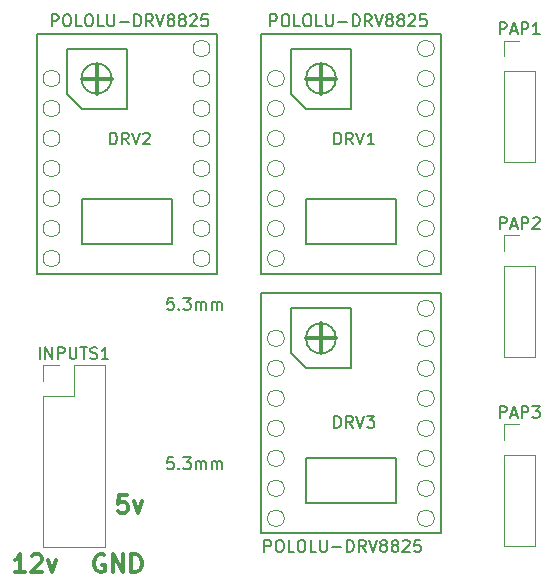
<source format=gbr>
G04 #@! TF.FileFunction,Legend,Top*
%FSLAX46Y46*%
G04 Gerber Fmt 4.6, Leading zero omitted, Abs format (unit mm)*
G04 Created by KiCad (PCBNEW 4.0.7) date 09/28/18 11:04:12*
%MOMM*%
%LPD*%
G01*
G04 APERTURE LIST*
%ADD10C,0.100000*%
%ADD11C,0.300000*%
%ADD12C,0.150000*%
%ADD13C,0.120000*%
G04 APERTURE END LIST*
D10*
D11*
X118137143Y-130760000D02*
X117994286Y-130688571D01*
X117780000Y-130688571D01*
X117565715Y-130760000D01*
X117422857Y-130902857D01*
X117351429Y-131045714D01*
X117280000Y-131331429D01*
X117280000Y-131545714D01*
X117351429Y-131831429D01*
X117422857Y-131974286D01*
X117565715Y-132117143D01*
X117780000Y-132188571D01*
X117922857Y-132188571D01*
X118137143Y-132117143D01*
X118208572Y-132045714D01*
X118208572Y-131545714D01*
X117922857Y-131545714D01*
X118851429Y-132188571D02*
X118851429Y-130688571D01*
X119708572Y-132188571D01*
X119708572Y-130688571D01*
X120422858Y-132188571D02*
X120422858Y-130688571D01*
X120780001Y-130688571D01*
X120994286Y-130760000D01*
X121137144Y-130902857D01*
X121208572Y-131045714D01*
X121280001Y-131331429D01*
X121280001Y-131545714D01*
X121208572Y-131831429D01*
X121137144Y-131974286D01*
X120994286Y-132117143D01*
X120780001Y-132188571D01*
X120422858Y-132188571D01*
X120065715Y-125688571D02*
X119351429Y-125688571D01*
X119280000Y-126402857D01*
X119351429Y-126331429D01*
X119494286Y-126260000D01*
X119851429Y-126260000D01*
X119994286Y-126331429D01*
X120065715Y-126402857D01*
X120137143Y-126545714D01*
X120137143Y-126902857D01*
X120065715Y-127045714D01*
X119994286Y-127117143D01*
X119851429Y-127188571D01*
X119494286Y-127188571D01*
X119351429Y-127117143D01*
X119280000Y-127045714D01*
X120637143Y-126188571D02*
X120994286Y-127188571D01*
X121351428Y-126188571D01*
X111422858Y-132188571D02*
X110565715Y-132188571D01*
X110994287Y-132188571D02*
X110994287Y-130688571D01*
X110851430Y-130902857D01*
X110708572Y-131045714D01*
X110565715Y-131117143D01*
X111994286Y-130831429D02*
X112065715Y-130760000D01*
X112208572Y-130688571D01*
X112565715Y-130688571D01*
X112708572Y-130760000D01*
X112780001Y-130831429D01*
X112851429Y-130974286D01*
X112851429Y-131117143D01*
X112780001Y-131331429D01*
X111922858Y-132188571D01*
X112851429Y-132188571D01*
X113351429Y-131188571D02*
X113708572Y-132188571D01*
X114065714Y-131188571D01*
D12*
X137740000Y-90390000D02*
G75*
G03X137740000Y-90390000I-1270000J0D01*
G01*
X133930000Y-87850000D02*
X139010000Y-87850000D01*
X139010000Y-87850000D02*
X139010000Y-92930000D01*
X139010000Y-92930000D02*
X135200000Y-92930000D01*
X135200000Y-92930000D02*
X133930000Y-91660000D01*
X133930000Y-91660000D02*
X133930000Y-87850000D01*
D11*
X135200000Y-90390000D02*
X137740000Y-90390000D01*
X136470000Y-89120000D02*
X136470000Y-91660000D01*
D12*
X135200000Y-100550000D02*
X142820000Y-100550000D01*
X142820000Y-100550000D02*
X142820000Y-104360000D01*
X142820000Y-104360000D02*
X135200000Y-104360000D01*
X135200000Y-104360000D02*
X135200000Y-100550000D01*
X131390000Y-86580000D02*
X146630000Y-86580000D01*
X146630000Y-86580000D02*
X146630000Y-106900000D01*
X146630000Y-106900000D02*
X131390000Y-106900000D01*
X131390000Y-106900000D02*
X131390000Y-86580000D01*
X118740000Y-90390000D02*
G75*
G03X118740000Y-90390000I-1270000J0D01*
G01*
X114930000Y-87850000D02*
X120010000Y-87850000D01*
X120010000Y-87850000D02*
X120010000Y-92930000D01*
X120010000Y-92930000D02*
X116200000Y-92930000D01*
X116200000Y-92930000D02*
X114930000Y-91660000D01*
X114930000Y-91660000D02*
X114930000Y-87850000D01*
D11*
X116200000Y-90390000D02*
X118740000Y-90390000D01*
X117470000Y-89120000D02*
X117470000Y-91660000D01*
D12*
X116200000Y-100550000D02*
X123820000Y-100550000D01*
X123820000Y-100550000D02*
X123820000Y-104360000D01*
X123820000Y-104360000D02*
X116200000Y-104360000D01*
X116200000Y-104360000D02*
X116200000Y-100550000D01*
X112390000Y-86580000D02*
X127630000Y-86580000D01*
X127630000Y-86580000D02*
X127630000Y-106900000D01*
X127630000Y-106900000D02*
X112390000Y-106900000D01*
X112390000Y-106900000D02*
X112390000Y-86580000D01*
X137740000Y-112390000D02*
G75*
G03X137740000Y-112390000I-1270000J0D01*
G01*
X133930000Y-109850000D02*
X139010000Y-109850000D01*
X139010000Y-109850000D02*
X139010000Y-114930000D01*
X139010000Y-114930000D02*
X135200000Y-114930000D01*
X135200000Y-114930000D02*
X133930000Y-113660000D01*
X133930000Y-113660000D02*
X133930000Y-109850000D01*
D11*
X135200000Y-112390000D02*
X137740000Y-112390000D01*
X136470000Y-111120000D02*
X136470000Y-113660000D01*
D12*
X135200000Y-122550000D02*
X142820000Y-122550000D01*
X142820000Y-122550000D02*
X142820000Y-126360000D01*
X142820000Y-126360000D02*
X135200000Y-126360000D01*
X135200000Y-126360000D02*
X135200000Y-122550000D01*
X131390000Y-108580000D02*
X146630000Y-108580000D01*
X146630000Y-108580000D02*
X146630000Y-128900000D01*
X146630000Y-128900000D02*
X131390000Y-128900000D01*
X131390000Y-128900000D02*
X131390000Y-108580000D01*
D13*
X112950000Y-130040000D02*
X118150000Y-130040000D01*
X112950000Y-117280000D02*
X112950000Y-130040000D01*
X118150000Y-114680000D02*
X118150000Y-130040000D01*
X112950000Y-117280000D02*
X115550000Y-117280000D01*
X115550000Y-117280000D02*
X115550000Y-114680000D01*
X115550000Y-114680000D02*
X118150000Y-114680000D01*
X112950000Y-116010000D02*
X112950000Y-114680000D01*
X112950000Y-114680000D02*
X114280000Y-114680000D01*
X151950000Y-97460000D02*
X154610000Y-97460000D01*
X151950000Y-89780000D02*
X151950000Y-97460000D01*
X154610000Y-89780000D02*
X154610000Y-97460000D01*
X151950000Y-89780000D02*
X154610000Y-89780000D01*
X151950000Y-88510000D02*
X151950000Y-87180000D01*
X151950000Y-87180000D02*
X153280000Y-87180000D01*
X151950000Y-113960000D02*
X154610000Y-113960000D01*
X151950000Y-106280000D02*
X151950000Y-113960000D01*
X154610000Y-106280000D02*
X154610000Y-113960000D01*
X151950000Y-106280000D02*
X154610000Y-106280000D01*
X151950000Y-105010000D02*
X151950000Y-103680000D01*
X151950000Y-103680000D02*
X153280000Y-103680000D01*
X151950000Y-129960000D02*
X154610000Y-129960000D01*
X151950000Y-122280000D02*
X151950000Y-129960000D01*
X154610000Y-122280000D02*
X154610000Y-129960000D01*
X151950000Y-122280000D02*
X154610000Y-122280000D01*
X151950000Y-121010000D02*
X151950000Y-119680000D01*
X151950000Y-119680000D02*
X153280000Y-119680000D01*
D10*
X133372000Y-90390000D02*
G75*
G03X133372000Y-90390000I-712000J0D01*
G01*
X133372000Y-92930000D02*
G75*
G03X133372000Y-92930000I-712000J0D01*
G01*
X133372000Y-95470000D02*
G75*
G03X133372000Y-95470000I-712000J0D01*
G01*
X133372000Y-98010000D02*
G75*
G03X133372000Y-98010000I-712000J0D01*
G01*
X133372000Y-100550000D02*
G75*
G03X133372000Y-100550000I-712000J0D01*
G01*
X133372000Y-103090000D02*
G75*
G03X133372000Y-103090000I-712000J0D01*
G01*
X133372000Y-105630000D02*
G75*
G03X133372000Y-105630000I-712000J0D01*
G01*
X146072000Y-105630000D02*
G75*
G03X146072000Y-105630000I-712000J0D01*
G01*
X146072000Y-103090000D02*
G75*
G03X146072000Y-103090000I-712000J0D01*
G01*
X146072000Y-100550000D02*
G75*
G03X146072000Y-100550000I-712000J0D01*
G01*
X146072000Y-98010000D02*
G75*
G03X146072000Y-98010000I-712000J0D01*
G01*
X146072000Y-95470000D02*
G75*
G03X146072000Y-95470000I-712000J0D01*
G01*
X146072000Y-92930000D02*
G75*
G03X146072000Y-92930000I-712000J0D01*
G01*
X146072000Y-90390000D02*
G75*
G03X146072000Y-90390000I-712000J0D01*
G01*
X146072000Y-87850000D02*
G75*
G03X146072000Y-87850000I-712000J0D01*
G01*
X114372000Y-90390000D02*
G75*
G03X114372000Y-90390000I-712000J0D01*
G01*
X114372000Y-92930000D02*
G75*
G03X114372000Y-92930000I-712000J0D01*
G01*
X114372000Y-95470000D02*
G75*
G03X114372000Y-95470000I-712000J0D01*
G01*
X114372000Y-98010000D02*
G75*
G03X114372000Y-98010000I-712000J0D01*
G01*
X114372000Y-100550000D02*
G75*
G03X114372000Y-100550000I-712000J0D01*
G01*
X114372000Y-103090000D02*
G75*
G03X114372000Y-103090000I-712000J0D01*
G01*
X114372000Y-105630000D02*
G75*
G03X114372000Y-105630000I-712000J0D01*
G01*
X127072000Y-105630000D02*
G75*
G03X127072000Y-105630000I-712000J0D01*
G01*
X127072000Y-103090000D02*
G75*
G03X127072000Y-103090000I-712000J0D01*
G01*
X127072000Y-100550000D02*
G75*
G03X127072000Y-100550000I-712000J0D01*
G01*
X127072000Y-98010000D02*
G75*
G03X127072000Y-98010000I-712000J0D01*
G01*
X127072000Y-95470000D02*
G75*
G03X127072000Y-95470000I-712000J0D01*
G01*
X127072000Y-92930000D02*
G75*
G03X127072000Y-92930000I-712000J0D01*
G01*
X127072000Y-90390000D02*
G75*
G03X127072000Y-90390000I-712000J0D01*
G01*
X127072000Y-87850000D02*
G75*
G03X127072000Y-87850000I-712000J0D01*
G01*
X133372000Y-112390000D02*
G75*
G03X133372000Y-112390000I-712000J0D01*
G01*
X133372000Y-114930000D02*
G75*
G03X133372000Y-114930000I-712000J0D01*
G01*
X133372000Y-117470000D02*
G75*
G03X133372000Y-117470000I-712000J0D01*
G01*
X133372000Y-120010000D02*
G75*
G03X133372000Y-120010000I-712000J0D01*
G01*
X133372000Y-122550000D02*
G75*
G03X133372000Y-122550000I-712000J0D01*
G01*
X133372000Y-125090000D02*
G75*
G03X133372000Y-125090000I-712000J0D01*
G01*
X133372000Y-127630000D02*
G75*
G03X133372000Y-127630000I-712000J0D01*
G01*
X146072000Y-127630000D02*
G75*
G03X146072000Y-127630000I-712000J0D01*
G01*
X146072000Y-125090000D02*
G75*
G03X146072000Y-125090000I-712000J0D01*
G01*
X146072000Y-122550000D02*
G75*
G03X146072000Y-122550000I-712000J0D01*
G01*
X146072000Y-120010000D02*
G75*
G03X146072000Y-120010000I-712000J0D01*
G01*
X146072000Y-117470000D02*
G75*
G03X146072000Y-117470000I-712000J0D01*
G01*
X146072000Y-114930000D02*
G75*
G03X146072000Y-114930000I-712000J0D01*
G01*
X146072000Y-112390000D02*
G75*
G03X146072000Y-112390000I-712000J0D01*
G01*
X146072000Y-109850000D02*
G75*
G03X146072000Y-109850000I-712000J0D01*
G01*
D12*
X137613333Y-95962381D02*
X137613333Y-94962381D01*
X137851428Y-94962381D01*
X137994286Y-95010000D01*
X138089524Y-95105238D01*
X138137143Y-95200476D01*
X138184762Y-95390952D01*
X138184762Y-95533810D01*
X138137143Y-95724286D01*
X138089524Y-95819524D01*
X137994286Y-95914762D01*
X137851428Y-95962381D01*
X137613333Y-95962381D01*
X139184762Y-95962381D02*
X138851428Y-95486190D01*
X138613333Y-95962381D02*
X138613333Y-94962381D01*
X138994286Y-94962381D01*
X139089524Y-95010000D01*
X139137143Y-95057619D01*
X139184762Y-95152857D01*
X139184762Y-95295714D01*
X139137143Y-95390952D01*
X139089524Y-95438571D01*
X138994286Y-95486190D01*
X138613333Y-95486190D01*
X139470476Y-94962381D02*
X139803809Y-95962381D01*
X140137143Y-94962381D01*
X140994286Y-95962381D02*
X140422857Y-95962381D01*
X140708571Y-95962381D02*
X140708571Y-94962381D01*
X140613333Y-95105238D01*
X140518095Y-95200476D01*
X140422857Y-95248095D01*
X132184762Y-85962381D02*
X132184762Y-84962381D01*
X132565715Y-84962381D01*
X132660953Y-85010000D01*
X132708572Y-85057619D01*
X132756191Y-85152857D01*
X132756191Y-85295714D01*
X132708572Y-85390952D01*
X132660953Y-85438571D01*
X132565715Y-85486190D01*
X132184762Y-85486190D01*
X133375238Y-84962381D02*
X133565715Y-84962381D01*
X133660953Y-85010000D01*
X133756191Y-85105238D01*
X133803810Y-85295714D01*
X133803810Y-85629048D01*
X133756191Y-85819524D01*
X133660953Y-85914762D01*
X133565715Y-85962381D01*
X133375238Y-85962381D01*
X133280000Y-85914762D01*
X133184762Y-85819524D01*
X133137143Y-85629048D01*
X133137143Y-85295714D01*
X133184762Y-85105238D01*
X133280000Y-85010000D01*
X133375238Y-84962381D01*
X134708572Y-85962381D02*
X134232381Y-85962381D01*
X134232381Y-84962381D01*
X135232381Y-84962381D02*
X135422858Y-84962381D01*
X135518096Y-85010000D01*
X135613334Y-85105238D01*
X135660953Y-85295714D01*
X135660953Y-85629048D01*
X135613334Y-85819524D01*
X135518096Y-85914762D01*
X135422858Y-85962381D01*
X135232381Y-85962381D01*
X135137143Y-85914762D01*
X135041905Y-85819524D01*
X134994286Y-85629048D01*
X134994286Y-85295714D01*
X135041905Y-85105238D01*
X135137143Y-85010000D01*
X135232381Y-84962381D01*
X136565715Y-85962381D02*
X136089524Y-85962381D01*
X136089524Y-84962381D01*
X136899048Y-84962381D02*
X136899048Y-85771905D01*
X136946667Y-85867143D01*
X136994286Y-85914762D01*
X137089524Y-85962381D01*
X137280001Y-85962381D01*
X137375239Y-85914762D01*
X137422858Y-85867143D01*
X137470477Y-85771905D01*
X137470477Y-84962381D01*
X137946667Y-85581429D02*
X138708572Y-85581429D01*
X139184762Y-85962381D02*
X139184762Y-84962381D01*
X139422857Y-84962381D01*
X139565715Y-85010000D01*
X139660953Y-85105238D01*
X139708572Y-85200476D01*
X139756191Y-85390952D01*
X139756191Y-85533810D01*
X139708572Y-85724286D01*
X139660953Y-85819524D01*
X139565715Y-85914762D01*
X139422857Y-85962381D01*
X139184762Y-85962381D01*
X140756191Y-85962381D02*
X140422857Y-85486190D01*
X140184762Y-85962381D02*
X140184762Y-84962381D01*
X140565715Y-84962381D01*
X140660953Y-85010000D01*
X140708572Y-85057619D01*
X140756191Y-85152857D01*
X140756191Y-85295714D01*
X140708572Y-85390952D01*
X140660953Y-85438571D01*
X140565715Y-85486190D01*
X140184762Y-85486190D01*
X141041905Y-84962381D02*
X141375238Y-85962381D01*
X141708572Y-84962381D01*
X142184762Y-85390952D02*
X142089524Y-85343333D01*
X142041905Y-85295714D01*
X141994286Y-85200476D01*
X141994286Y-85152857D01*
X142041905Y-85057619D01*
X142089524Y-85010000D01*
X142184762Y-84962381D01*
X142375239Y-84962381D01*
X142470477Y-85010000D01*
X142518096Y-85057619D01*
X142565715Y-85152857D01*
X142565715Y-85200476D01*
X142518096Y-85295714D01*
X142470477Y-85343333D01*
X142375239Y-85390952D01*
X142184762Y-85390952D01*
X142089524Y-85438571D01*
X142041905Y-85486190D01*
X141994286Y-85581429D01*
X141994286Y-85771905D01*
X142041905Y-85867143D01*
X142089524Y-85914762D01*
X142184762Y-85962381D01*
X142375239Y-85962381D01*
X142470477Y-85914762D01*
X142518096Y-85867143D01*
X142565715Y-85771905D01*
X142565715Y-85581429D01*
X142518096Y-85486190D01*
X142470477Y-85438571D01*
X142375239Y-85390952D01*
X143137143Y-85390952D02*
X143041905Y-85343333D01*
X142994286Y-85295714D01*
X142946667Y-85200476D01*
X142946667Y-85152857D01*
X142994286Y-85057619D01*
X143041905Y-85010000D01*
X143137143Y-84962381D01*
X143327620Y-84962381D01*
X143422858Y-85010000D01*
X143470477Y-85057619D01*
X143518096Y-85152857D01*
X143518096Y-85200476D01*
X143470477Y-85295714D01*
X143422858Y-85343333D01*
X143327620Y-85390952D01*
X143137143Y-85390952D01*
X143041905Y-85438571D01*
X142994286Y-85486190D01*
X142946667Y-85581429D01*
X142946667Y-85771905D01*
X142994286Y-85867143D01*
X143041905Y-85914762D01*
X143137143Y-85962381D01*
X143327620Y-85962381D01*
X143422858Y-85914762D01*
X143470477Y-85867143D01*
X143518096Y-85771905D01*
X143518096Y-85581429D01*
X143470477Y-85486190D01*
X143422858Y-85438571D01*
X143327620Y-85390952D01*
X143899048Y-85057619D02*
X143946667Y-85010000D01*
X144041905Y-84962381D01*
X144280001Y-84962381D01*
X144375239Y-85010000D01*
X144422858Y-85057619D01*
X144470477Y-85152857D01*
X144470477Y-85248095D01*
X144422858Y-85390952D01*
X143851429Y-85962381D01*
X144470477Y-85962381D01*
X145375239Y-84962381D02*
X144899048Y-84962381D01*
X144851429Y-85438571D01*
X144899048Y-85390952D01*
X144994286Y-85343333D01*
X145232382Y-85343333D01*
X145327620Y-85390952D01*
X145375239Y-85438571D01*
X145422858Y-85533810D01*
X145422858Y-85771905D01*
X145375239Y-85867143D01*
X145327620Y-85914762D01*
X145232382Y-85962381D01*
X144994286Y-85962381D01*
X144899048Y-85914762D01*
X144851429Y-85867143D01*
X118613333Y-95962381D02*
X118613333Y-94962381D01*
X118851428Y-94962381D01*
X118994286Y-95010000D01*
X119089524Y-95105238D01*
X119137143Y-95200476D01*
X119184762Y-95390952D01*
X119184762Y-95533810D01*
X119137143Y-95724286D01*
X119089524Y-95819524D01*
X118994286Y-95914762D01*
X118851428Y-95962381D01*
X118613333Y-95962381D01*
X120184762Y-95962381D02*
X119851428Y-95486190D01*
X119613333Y-95962381D02*
X119613333Y-94962381D01*
X119994286Y-94962381D01*
X120089524Y-95010000D01*
X120137143Y-95057619D01*
X120184762Y-95152857D01*
X120184762Y-95295714D01*
X120137143Y-95390952D01*
X120089524Y-95438571D01*
X119994286Y-95486190D01*
X119613333Y-95486190D01*
X120470476Y-94962381D02*
X120803809Y-95962381D01*
X121137143Y-94962381D01*
X121422857Y-95057619D02*
X121470476Y-95010000D01*
X121565714Y-94962381D01*
X121803810Y-94962381D01*
X121899048Y-95010000D01*
X121946667Y-95057619D01*
X121994286Y-95152857D01*
X121994286Y-95248095D01*
X121946667Y-95390952D01*
X121375238Y-95962381D01*
X121994286Y-95962381D01*
X113684762Y-85962381D02*
X113684762Y-84962381D01*
X114065715Y-84962381D01*
X114160953Y-85010000D01*
X114208572Y-85057619D01*
X114256191Y-85152857D01*
X114256191Y-85295714D01*
X114208572Y-85390952D01*
X114160953Y-85438571D01*
X114065715Y-85486190D01*
X113684762Y-85486190D01*
X114875238Y-84962381D02*
X115065715Y-84962381D01*
X115160953Y-85010000D01*
X115256191Y-85105238D01*
X115303810Y-85295714D01*
X115303810Y-85629048D01*
X115256191Y-85819524D01*
X115160953Y-85914762D01*
X115065715Y-85962381D01*
X114875238Y-85962381D01*
X114780000Y-85914762D01*
X114684762Y-85819524D01*
X114637143Y-85629048D01*
X114637143Y-85295714D01*
X114684762Y-85105238D01*
X114780000Y-85010000D01*
X114875238Y-84962381D01*
X116208572Y-85962381D02*
X115732381Y-85962381D01*
X115732381Y-84962381D01*
X116732381Y-84962381D02*
X116922858Y-84962381D01*
X117018096Y-85010000D01*
X117113334Y-85105238D01*
X117160953Y-85295714D01*
X117160953Y-85629048D01*
X117113334Y-85819524D01*
X117018096Y-85914762D01*
X116922858Y-85962381D01*
X116732381Y-85962381D01*
X116637143Y-85914762D01*
X116541905Y-85819524D01*
X116494286Y-85629048D01*
X116494286Y-85295714D01*
X116541905Y-85105238D01*
X116637143Y-85010000D01*
X116732381Y-84962381D01*
X118065715Y-85962381D02*
X117589524Y-85962381D01*
X117589524Y-84962381D01*
X118399048Y-84962381D02*
X118399048Y-85771905D01*
X118446667Y-85867143D01*
X118494286Y-85914762D01*
X118589524Y-85962381D01*
X118780001Y-85962381D01*
X118875239Y-85914762D01*
X118922858Y-85867143D01*
X118970477Y-85771905D01*
X118970477Y-84962381D01*
X119446667Y-85581429D02*
X120208572Y-85581429D01*
X120684762Y-85962381D02*
X120684762Y-84962381D01*
X120922857Y-84962381D01*
X121065715Y-85010000D01*
X121160953Y-85105238D01*
X121208572Y-85200476D01*
X121256191Y-85390952D01*
X121256191Y-85533810D01*
X121208572Y-85724286D01*
X121160953Y-85819524D01*
X121065715Y-85914762D01*
X120922857Y-85962381D01*
X120684762Y-85962381D01*
X122256191Y-85962381D02*
X121922857Y-85486190D01*
X121684762Y-85962381D02*
X121684762Y-84962381D01*
X122065715Y-84962381D01*
X122160953Y-85010000D01*
X122208572Y-85057619D01*
X122256191Y-85152857D01*
X122256191Y-85295714D01*
X122208572Y-85390952D01*
X122160953Y-85438571D01*
X122065715Y-85486190D01*
X121684762Y-85486190D01*
X122541905Y-84962381D02*
X122875238Y-85962381D01*
X123208572Y-84962381D01*
X123684762Y-85390952D02*
X123589524Y-85343333D01*
X123541905Y-85295714D01*
X123494286Y-85200476D01*
X123494286Y-85152857D01*
X123541905Y-85057619D01*
X123589524Y-85010000D01*
X123684762Y-84962381D01*
X123875239Y-84962381D01*
X123970477Y-85010000D01*
X124018096Y-85057619D01*
X124065715Y-85152857D01*
X124065715Y-85200476D01*
X124018096Y-85295714D01*
X123970477Y-85343333D01*
X123875239Y-85390952D01*
X123684762Y-85390952D01*
X123589524Y-85438571D01*
X123541905Y-85486190D01*
X123494286Y-85581429D01*
X123494286Y-85771905D01*
X123541905Y-85867143D01*
X123589524Y-85914762D01*
X123684762Y-85962381D01*
X123875239Y-85962381D01*
X123970477Y-85914762D01*
X124018096Y-85867143D01*
X124065715Y-85771905D01*
X124065715Y-85581429D01*
X124018096Y-85486190D01*
X123970477Y-85438571D01*
X123875239Y-85390952D01*
X124637143Y-85390952D02*
X124541905Y-85343333D01*
X124494286Y-85295714D01*
X124446667Y-85200476D01*
X124446667Y-85152857D01*
X124494286Y-85057619D01*
X124541905Y-85010000D01*
X124637143Y-84962381D01*
X124827620Y-84962381D01*
X124922858Y-85010000D01*
X124970477Y-85057619D01*
X125018096Y-85152857D01*
X125018096Y-85200476D01*
X124970477Y-85295714D01*
X124922858Y-85343333D01*
X124827620Y-85390952D01*
X124637143Y-85390952D01*
X124541905Y-85438571D01*
X124494286Y-85486190D01*
X124446667Y-85581429D01*
X124446667Y-85771905D01*
X124494286Y-85867143D01*
X124541905Y-85914762D01*
X124637143Y-85962381D01*
X124827620Y-85962381D01*
X124922858Y-85914762D01*
X124970477Y-85867143D01*
X125018096Y-85771905D01*
X125018096Y-85581429D01*
X124970477Y-85486190D01*
X124922858Y-85438571D01*
X124827620Y-85390952D01*
X125399048Y-85057619D02*
X125446667Y-85010000D01*
X125541905Y-84962381D01*
X125780001Y-84962381D01*
X125875239Y-85010000D01*
X125922858Y-85057619D01*
X125970477Y-85152857D01*
X125970477Y-85248095D01*
X125922858Y-85390952D01*
X125351429Y-85962381D01*
X125970477Y-85962381D01*
X126875239Y-84962381D02*
X126399048Y-84962381D01*
X126351429Y-85438571D01*
X126399048Y-85390952D01*
X126494286Y-85343333D01*
X126732382Y-85343333D01*
X126827620Y-85390952D01*
X126875239Y-85438571D01*
X126922858Y-85533810D01*
X126922858Y-85771905D01*
X126875239Y-85867143D01*
X126827620Y-85914762D01*
X126732382Y-85962381D01*
X126494286Y-85962381D01*
X126399048Y-85914762D01*
X126351429Y-85867143D01*
X137613333Y-119962381D02*
X137613333Y-118962381D01*
X137851428Y-118962381D01*
X137994286Y-119010000D01*
X138089524Y-119105238D01*
X138137143Y-119200476D01*
X138184762Y-119390952D01*
X138184762Y-119533810D01*
X138137143Y-119724286D01*
X138089524Y-119819524D01*
X137994286Y-119914762D01*
X137851428Y-119962381D01*
X137613333Y-119962381D01*
X139184762Y-119962381D02*
X138851428Y-119486190D01*
X138613333Y-119962381D02*
X138613333Y-118962381D01*
X138994286Y-118962381D01*
X139089524Y-119010000D01*
X139137143Y-119057619D01*
X139184762Y-119152857D01*
X139184762Y-119295714D01*
X139137143Y-119390952D01*
X139089524Y-119438571D01*
X138994286Y-119486190D01*
X138613333Y-119486190D01*
X139470476Y-118962381D02*
X139803809Y-119962381D01*
X140137143Y-118962381D01*
X140375238Y-118962381D02*
X140994286Y-118962381D01*
X140660952Y-119343333D01*
X140803810Y-119343333D01*
X140899048Y-119390952D01*
X140946667Y-119438571D01*
X140994286Y-119533810D01*
X140994286Y-119771905D01*
X140946667Y-119867143D01*
X140899048Y-119914762D01*
X140803810Y-119962381D01*
X140518095Y-119962381D01*
X140422857Y-119914762D01*
X140375238Y-119867143D01*
X131684762Y-130462381D02*
X131684762Y-129462381D01*
X132065715Y-129462381D01*
X132160953Y-129510000D01*
X132208572Y-129557619D01*
X132256191Y-129652857D01*
X132256191Y-129795714D01*
X132208572Y-129890952D01*
X132160953Y-129938571D01*
X132065715Y-129986190D01*
X131684762Y-129986190D01*
X132875238Y-129462381D02*
X133065715Y-129462381D01*
X133160953Y-129510000D01*
X133256191Y-129605238D01*
X133303810Y-129795714D01*
X133303810Y-130129048D01*
X133256191Y-130319524D01*
X133160953Y-130414762D01*
X133065715Y-130462381D01*
X132875238Y-130462381D01*
X132780000Y-130414762D01*
X132684762Y-130319524D01*
X132637143Y-130129048D01*
X132637143Y-129795714D01*
X132684762Y-129605238D01*
X132780000Y-129510000D01*
X132875238Y-129462381D01*
X134208572Y-130462381D02*
X133732381Y-130462381D01*
X133732381Y-129462381D01*
X134732381Y-129462381D02*
X134922858Y-129462381D01*
X135018096Y-129510000D01*
X135113334Y-129605238D01*
X135160953Y-129795714D01*
X135160953Y-130129048D01*
X135113334Y-130319524D01*
X135018096Y-130414762D01*
X134922858Y-130462381D01*
X134732381Y-130462381D01*
X134637143Y-130414762D01*
X134541905Y-130319524D01*
X134494286Y-130129048D01*
X134494286Y-129795714D01*
X134541905Y-129605238D01*
X134637143Y-129510000D01*
X134732381Y-129462381D01*
X136065715Y-130462381D02*
X135589524Y-130462381D01*
X135589524Y-129462381D01*
X136399048Y-129462381D02*
X136399048Y-130271905D01*
X136446667Y-130367143D01*
X136494286Y-130414762D01*
X136589524Y-130462381D01*
X136780001Y-130462381D01*
X136875239Y-130414762D01*
X136922858Y-130367143D01*
X136970477Y-130271905D01*
X136970477Y-129462381D01*
X137446667Y-130081429D02*
X138208572Y-130081429D01*
X138684762Y-130462381D02*
X138684762Y-129462381D01*
X138922857Y-129462381D01*
X139065715Y-129510000D01*
X139160953Y-129605238D01*
X139208572Y-129700476D01*
X139256191Y-129890952D01*
X139256191Y-130033810D01*
X139208572Y-130224286D01*
X139160953Y-130319524D01*
X139065715Y-130414762D01*
X138922857Y-130462381D01*
X138684762Y-130462381D01*
X140256191Y-130462381D02*
X139922857Y-129986190D01*
X139684762Y-130462381D02*
X139684762Y-129462381D01*
X140065715Y-129462381D01*
X140160953Y-129510000D01*
X140208572Y-129557619D01*
X140256191Y-129652857D01*
X140256191Y-129795714D01*
X140208572Y-129890952D01*
X140160953Y-129938571D01*
X140065715Y-129986190D01*
X139684762Y-129986190D01*
X140541905Y-129462381D02*
X140875238Y-130462381D01*
X141208572Y-129462381D01*
X141684762Y-129890952D02*
X141589524Y-129843333D01*
X141541905Y-129795714D01*
X141494286Y-129700476D01*
X141494286Y-129652857D01*
X141541905Y-129557619D01*
X141589524Y-129510000D01*
X141684762Y-129462381D01*
X141875239Y-129462381D01*
X141970477Y-129510000D01*
X142018096Y-129557619D01*
X142065715Y-129652857D01*
X142065715Y-129700476D01*
X142018096Y-129795714D01*
X141970477Y-129843333D01*
X141875239Y-129890952D01*
X141684762Y-129890952D01*
X141589524Y-129938571D01*
X141541905Y-129986190D01*
X141494286Y-130081429D01*
X141494286Y-130271905D01*
X141541905Y-130367143D01*
X141589524Y-130414762D01*
X141684762Y-130462381D01*
X141875239Y-130462381D01*
X141970477Y-130414762D01*
X142018096Y-130367143D01*
X142065715Y-130271905D01*
X142065715Y-130081429D01*
X142018096Y-129986190D01*
X141970477Y-129938571D01*
X141875239Y-129890952D01*
X142637143Y-129890952D02*
X142541905Y-129843333D01*
X142494286Y-129795714D01*
X142446667Y-129700476D01*
X142446667Y-129652857D01*
X142494286Y-129557619D01*
X142541905Y-129510000D01*
X142637143Y-129462381D01*
X142827620Y-129462381D01*
X142922858Y-129510000D01*
X142970477Y-129557619D01*
X143018096Y-129652857D01*
X143018096Y-129700476D01*
X142970477Y-129795714D01*
X142922858Y-129843333D01*
X142827620Y-129890952D01*
X142637143Y-129890952D01*
X142541905Y-129938571D01*
X142494286Y-129986190D01*
X142446667Y-130081429D01*
X142446667Y-130271905D01*
X142494286Y-130367143D01*
X142541905Y-130414762D01*
X142637143Y-130462381D01*
X142827620Y-130462381D01*
X142922858Y-130414762D01*
X142970477Y-130367143D01*
X143018096Y-130271905D01*
X143018096Y-130081429D01*
X142970477Y-129986190D01*
X142922858Y-129938571D01*
X142827620Y-129890952D01*
X143399048Y-129557619D02*
X143446667Y-129510000D01*
X143541905Y-129462381D01*
X143780001Y-129462381D01*
X143875239Y-129510000D01*
X143922858Y-129557619D01*
X143970477Y-129652857D01*
X143970477Y-129748095D01*
X143922858Y-129890952D01*
X143351429Y-130462381D01*
X143970477Y-130462381D01*
X144875239Y-129462381D02*
X144399048Y-129462381D01*
X144351429Y-129938571D01*
X144399048Y-129890952D01*
X144494286Y-129843333D01*
X144732382Y-129843333D01*
X144827620Y-129890952D01*
X144875239Y-129938571D01*
X144922858Y-130033810D01*
X144922858Y-130271905D01*
X144875239Y-130367143D01*
X144827620Y-130414762D01*
X144732382Y-130462381D01*
X144494286Y-130462381D01*
X144399048Y-130414762D01*
X144351429Y-130367143D01*
X112669048Y-114132381D02*
X112669048Y-113132381D01*
X113145238Y-114132381D02*
X113145238Y-113132381D01*
X113716667Y-114132381D01*
X113716667Y-113132381D01*
X114192857Y-114132381D02*
X114192857Y-113132381D01*
X114573810Y-113132381D01*
X114669048Y-113180000D01*
X114716667Y-113227619D01*
X114764286Y-113322857D01*
X114764286Y-113465714D01*
X114716667Y-113560952D01*
X114669048Y-113608571D01*
X114573810Y-113656190D01*
X114192857Y-113656190D01*
X115192857Y-113132381D02*
X115192857Y-113941905D01*
X115240476Y-114037143D01*
X115288095Y-114084762D01*
X115383333Y-114132381D01*
X115573810Y-114132381D01*
X115669048Y-114084762D01*
X115716667Y-114037143D01*
X115764286Y-113941905D01*
X115764286Y-113132381D01*
X116097619Y-113132381D02*
X116669048Y-113132381D01*
X116383333Y-114132381D02*
X116383333Y-113132381D01*
X116954762Y-114084762D02*
X117097619Y-114132381D01*
X117335715Y-114132381D01*
X117430953Y-114084762D01*
X117478572Y-114037143D01*
X117526191Y-113941905D01*
X117526191Y-113846667D01*
X117478572Y-113751429D01*
X117430953Y-113703810D01*
X117335715Y-113656190D01*
X117145238Y-113608571D01*
X117050000Y-113560952D01*
X117002381Y-113513333D01*
X116954762Y-113418095D01*
X116954762Y-113322857D01*
X117002381Y-113227619D01*
X117050000Y-113180000D01*
X117145238Y-113132381D01*
X117383334Y-113132381D01*
X117526191Y-113180000D01*
X118478572Y-114132381D02*
X117907143Y-114132381D01*
X118192857Y-114132381D02*
X118192857Y-113132381D01*
X118097619Y-113275238D01*
X118002381Y-113370476D01*
X117907143Y-113418095D01*
X151613333Y-86632381D02*
X151613333Y-85632381D01*
X151994286Y-85632381D01*
X152089524Y-85680000D01*
X152137143Y-85727619D01*
X152184762Y-85822857D01*
X152184762Y-85965714D01*
X152137143Y-86060952D01*
X152089524Y-86108571D01*
X151994286Y-86156190D01*
X151613333Y-86156190D01*
X152565714Y-86346667D02*
X153041905Y-86346667D01*
X152470476Y-86632381D02*
X152803809Y-85632381D01*
X153137143Y-86632381D01*
X153470476Y-86632381D02*
X153470476Y-85632381D01*
X153851429Y-85632381D01*
X153946667Y-85680000D01*
X153994286Y-85727619D01*
X154041905Y-85822857D01*
X154041905Y-85965714D01*
X153994286Y-86060952D01*
X153946667Y-86108571D01*
X153851429Y-86156190D01*
X153470476Y-86156190D01*
X154994286Y-86632381D02*
X154422857Y-86632381D01*
X154708571Y-86632381D02*
X154708571Y-85632381D01*
X154613333Y-85775238D01*
X154518095Y-85870476D01*
X154422857Y-85918095D01*
X151613333Y-103132381D02*
X151613333Y-102132381D01*
X151994286Y-102132381D01*
X152089524Y-102180000D01*
X152137143Y-102227619D01*
X152184762Y-102322857D01*
X152184762Y-102465714D01*
X152137143Y-102560952D01*
X152089524Y-102608571D01*
X151994286Y-102656190D01*
X151613333Y-102656190D01*
X152565714Y-102846667D02*
X153041905Y-102846667D01*
X152470476Y-103132381D02*
X152803809Y-102132381D01*
X153137143Y-103132381D01*
X153470476Y-103132381D02*
X153470476Y-102132381D01*
X153851429Y-102132381D01*
X153946667Y-102180000D01*
X153994286Y-102227619D01*
X154041905Y-102322857D01*
X154041905Y-102465714D01*
X153994286Y-102560952D01*
X153946667Y-102608571D01*
X153851429Y-102656190D01*
X153470476Y-102656190D01*
X154422857Y-102227619D02*
X154470476Y-102180000D01*
X154565714Y-102132381D01*
X154803810Y-102132381D01*
X154899048Y-102180000D01*
X154946667Y-102227619D01*
X154994286Y-102322857D01*
X154994286Y-102418095D01*
X154946667Y-102560952D01*
X154375238Y-103132381D01*
X154994286Y-103132381D01*
X151613333Y-119132381D02*
X151613333Y-118132381D01*
X151994286Y-118132381D01*
X152089524Y-118180000D01*
X152137143Y-118227619D01*
X152184762Y-118322857D01*
X152184762Y-118465714D01*
X152137143Y-118560952D01*
X152089524Y-118608571D01*
X151994286Y-118656190D01*
X151613333Y-118656190D01*
X152565714Y-118846667D02*
X153041905Y-118846667D01*
X152470476Y-119132381D02*
X152803809Y-118132381D01*
X153137143Y-119132381D01*
X153470476Y-119132381D02*
X153470476Y-118132381D01*
X153851429Y-118132381D01*
X153946667Y-118180000D01*
X153994286Y-118227619D01*
X154041905Y-118322857D01*
X154041905Y-118465714D01*
X153994286Y-118560952D01*
X153946667Y-118608571D01*
X153851429Y-118656190D01*
X153470476Y-118656190D01*
X154375238Y-118132381D02*
X154994286Y-118132381D01*
X154660952Y-118513333D01*
X154803810Y-118513333D01*
X154899048Y-118560952D01*
X154946667Y-118608571D01*
X154994286Y-118703810D01*
X154994286Y-118941905D01*
X154946667Y-119037143D01*
X154899048Y-119084762D01*
X154803810Y-119132381D01*
X154518095Y-119132381D01*
X154422857Y-119084762D01*
X154375238Y-119037143D01*
X123970477Y-108962381D02*
X123494286Y-108962381D01*
X123446667Y-109438571D01*
X123494286Y-109390952D01*
X123589524Y-109343333D01*
X123827620Y-109343333D01*
X123922858Y-109390952D01*
X123970477Y-109438571D01*
X124018096Y-109533810D01*
X124018096Y-109771905D01*
X123970477Y-109867143D01*
X123922858Y-109914762D01*
X123827620Y-109962381D01*
X123589524Y-109962381D01*
X123494286Y-109914762D01*
X123446667Y-109867143D01*
X124446667Y-109867143D02*
X124494286Y-109914762D01*
X124446667Y-109962381D01*
X124399048Y-109914762D01*
X124446667Y-109867143D01*
X124446667Y-109962381D01*
X124827619Y-108962381D02*
X125446667Y-108962381D01*
X125113333Y-109343333D01*
X125256191Y-109343333D01*
X125351429Y-109390952D01*
X125399048Y-109438571D01*
X125446667Y-109533810D01*
X125446667Y-109771905D01*
X125399048Y-109867143D01*
X125351429Y-109914762D01*
X125256191Y-109962381D01*
X124970476Y-109962381D01*
X124875238Y-109914762D01*
X124827619Y-109867143D01*
X125875238Y-109962381D02*
X125875238Y-109295714D01*
X125875238Y-109390952D02*
X125922857Y-109343333D01*
X126018095Y-109295714D01*
X126160953Y-109295714D01*
X126256191Y-109343333D01*
X126303810Y-109438571D01*
X126303810Y-109962381D01*
X126303810Y-109438571D02*
X126351429Y-109343333D01*
X126446667Y-109295714D01*
X126589524Y-109295714D01*
X126684762Y-109343333D01*
X126732381Y-109438571D01*
X126732381Y-109962381D01*
X127208571Y-109962381D02*
X127208571Y-109295714D01*
X127208571Y-109390952D02*
X127256190Y-109343333D01*
X127351428Y-109295714D01*
X127494286Y-109295714D01*
X127589524Y-109343333D01*
X127637143Y-109438571D01*
X127637143Y-109962381D01*
X127637143Y-109438571D02*
X127684762Y-109343333D01*
X127780000Y-109295714D01*
X127922857Y-109295714D01*
X128018095Y-109343333D01*
X128065714Y-109438571D01*
X128065714Y-109962381D01*
X123970477Y-122462381D02*
X123494286Y-122462381D01*
X123446667Y-122938571D01*
X123494286Y-122890952D01*
X123589524Y-122843333D01*
X123827620Y-122843333D01*
X123922858Y-122890952D01*
X123970477Y-122938571D01*
X124018096Y-123033810D01*
X124018096Y-123271905D01*
X123970477Y-123367143D01*
X123922858Y-123414762D01*
X123827620Y-123462381D01*
X123589524Y-123462381D01*
X123494286Y-123414762D01*
X123446667Y-123367143D01*
X124446667Y-123367143D02*
X124494286Y-123414762D01*
X124446667Y-123462381D01*
X124399048Y-123414762D01*
X124446667Y-123367143D01*
X124446667Y-123462381D01*
X124827619Y-122462381D02*
X125446667Y-122462381D01*
X125113333Y-122843333D01*
X125256191Y-122843333D01*
X125351429Y-122890952D01*
X125399048Y-122938571D01*
X125446667Y-123033810D01*
X125446667Y-123271905D01*
X125399048Y-123367143D01*
X125351429Y-123414762D01*
X125256191Y-123462381D01*
X124970476Y-123462381D01*
X124875238Y-123414762D01*
X124827619Y-123367143D01*
X125875238Y-123462381D02*
X125875238Y-122795714D01*
X125875238Y-122890952D02*
X125922857Y-122843333D01*
X126018095Y-122795714D01*
X126160953Y-122795714D01*
X126256191Y-122843333D01*
X126303810Y-122938571D01*
X126303810Y-123462381D01*
X126303810Y-122938571D02*
X126351429Y-122843333D01*
X126446667Y-122795714D01*
X126589524Y-122795714D01*
X126684762Y-122843333D01*
X126732381Y-122938571D01*
X126732381Y-123462381D01*
X127208571Y-123462381D02*
X127208571Y-122795714D01*
X127208571Y-122890952D02*
X127256190Y-122843333D01*
X127351428Y-122795714D01*
X127494286Y-122795714D01*
X127589524Y-122843333D01*
X127637143Y-122938571D01*
X127637143Y-123462381D01*
X127637143Y-122938571D02*
X127684762Y-122843333D01*
X127780000Y-122795714D01*
X127922857Y-122795714D01*
X128018095Y-122843333D01*
X128065714Y-122938571D01*
X128065714Y-123462381D01*
M02*

</source>
